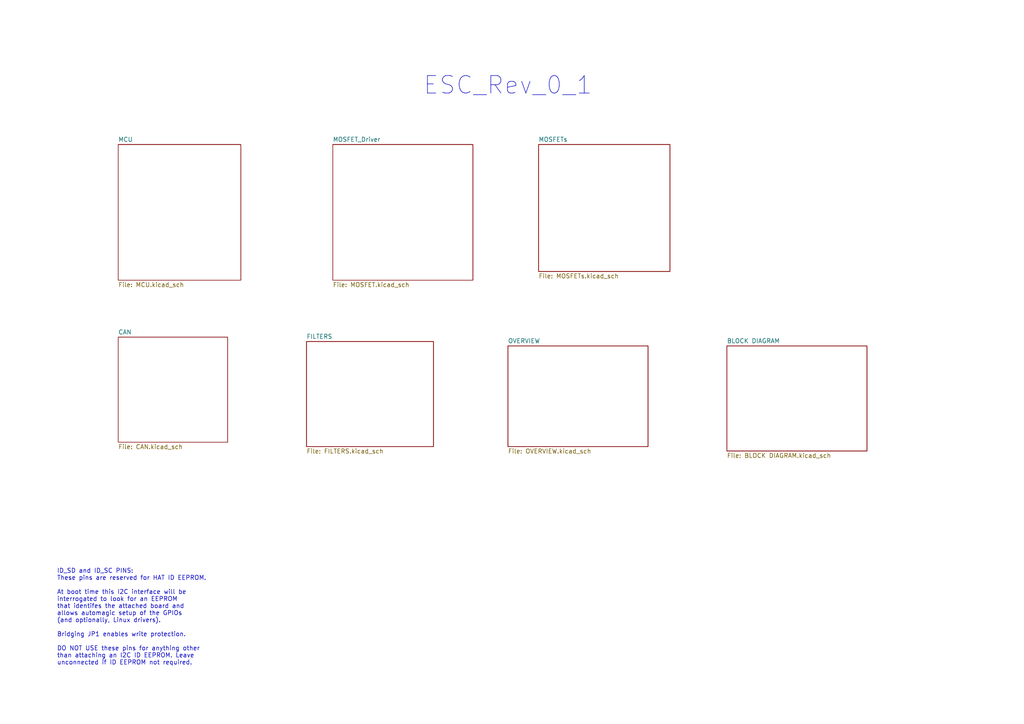
<source format=kicad_sch>
(kicad_sch
	(version 20231120)
	(generator "eeschema")
	(generator_version "8.0")
	(uuid "e63e39d7-6ac0-4ffd-8aa3-1841a4541b55")
	(paper "A4")
	(title_block
		(title "Speed Controller")
		(date "15 nov 2012")
		(rev "ESC_Rev_0_1")
		(company "Saad_Elektro")
	)
	(lib_symbols)
	(text "ID_SD and ID_SC PINS:\nThese pins are reserved for HAT ID EEPROM.\n\nAt boot time this I2C interface will be\ninterrogated to look for an EEPROM\nthat identifes the attached board and\nallows automagic setup of the GPIOs\n(and optionally, Linux drivers).\n\nBridging JP1 enables write protection.\n\nDO NOT USE these pins for anything other\nthan attaching an I2C ID EEPROM. Leave\nunconnected if ID EEPROM not required."
		(exclude_from_sim no)
		(at 16.51 193.04 0)
		(effects
			(font
				(size 1.27 1.27)
			)
			(justify left bottom)
		)
		(uuid "8714082a-55fe-4a29-9d48-99ae1ef73073")
	)
	(text "ESC_Rev_0_1"
		(exclude_from_sim no)
		(at 147.32 24.892 0)
		(effects
			(font
				(size 5.08 5.08)
			)
		)
		(uuid "c5828065-870b-4a9a-86cd-e2392b0d6476")
	)
	(sheet
		(at 96.52 41.91)
		(size 40.64 39.37)
		(fields_autoplaced yes)
		(stroke
			(width 0.1524)
			(type solid)
		)
		(fill
			(color 0 0 0 0.0000)
		)
		(uuid "00a4c2c5-b28b-44af-a6ac-6d6cc04dc618")
		(property "Sheetname" "MOSFET_Driver"
			(at 96.52 41.1984 0)
			(effects
				(font
					(size 1.27 1.27)
				)
				(justify left bottom)
			)
		)
		(property "Sheetfile" "MOSFET.kicad_sch"
			(at 96.52 81.8646 0)
			(effects
				(font
					(size 1.27 1.27)
				)
				(justify left top)
			)
		)
		(instances
			(project "ESC_0_1_1"
				(path "/e63e39d7-6ac0-4ffd-8aa3-1841a4541b55"
					(page "3")
				)
			)
		)
	)
	(sheet
		(at 34.29 97.79)
		(size 31.75 30.48)
		(fields_autoplaced yes)
		(stroke
			(width 0.1524)
			(type solid)
		)
		(fill
			(color 0 0 0 0.0000)
		)
		(uuid "44838865-8578-4798-92f9-eb5417830f21")
		(property "Sheetname" "CAN"
			(at 34.29 97.0784 0)
			(effects
				(font
					(size 1.27 1.27)
				)
				(justify left bottom)
			)
		)
		(property "Sheetfile" "CAN.kicad_sch"
			(at 34.29 128.8546 0)
			(effects
				(font
					(size 1.27 1.27)
				)
				(justify left top)
			)
		)
		(instances
			(project "ESC_0_1_1"
				(path "/e63e39d7-6ac0-4ffd-8aa3-1841a4541b55"
					(page "5")
				)
			)
		)
	)
	(sheet
		(at 34.29 41.91)
		(size 35.56 39.37)
		(fields_autoplaced yes)
		(stroke
			(width 0.1524)
			(type solid)
		)
		(fill
			(color 0 0 0 0.0000)
		)
		(uuid "58f4bdbd-062e-4762-b9f9-a2727b8466b8")
		(property "Sheetname" "MCU"
			(at 34.29 41.1984 0)
			(effects
				(font
					(size 1.27 1.27)
				)
				(justify left bottom)
			)
		)
		(property "Sheetfile" "MCU.kicad_sch"
			(at 34.29 81.8646 0)
			(effects
				(font
					(size 1.27 1.27)
				)
				(justify left top)
			)
		)
		(instances
			(project "ESC_0_1_1"
				(path "/e63e39d7-6ac0-4ffd-8aa3-1841a4541b55"
					(page "2")
				)
			)
		)
	)
	(sheet
		(at 147.32 100.33)
		(size 40.64 29.21)
		(fields_autoplaced yes)
		(stroke
			(width 0.1524)
			(type solid)
		)
		(fill
			(color 0 0 0 0.0000)
		)
		(uuid "89772c7c-f192-4294-9226-42672d3e21f1")
		(property "Sheetname" "OVERVIEW"
			(at 147.32 99.6184 0)
			(effects
				(font
					(size 1.27 1.27)
				)
				(justify left bottom)
			)
		)
		(property "Sheetfile" "OVERVIEW.kicad_sch"
			(at 147.32 130.1246 0)
			(effects
				(font
					(size 1.27 1.27)
				)
				(justify left top)
			)
		)
		(instances
			(project "ESC_0_1_1"
				(path "/e63e39d7-6ac0-4ffd-8aa3-1841a4541b55"
					(page "7")
				)
			)
		)
	)
	(sheet
		(at 210.82 100.33)
		(size 40.64 30.48)
		(fields_autoplaced yes)
		(stroke
			(width 0.1524)
			(type solid)
		)
		(fill
			(color 0 0 0 0.0000)
		)
		(uuid "8f07b0f1-313d-4116-844b-6ffa6f1ddf87")
		(property "Sheetname" "BLOCK DIAGRAM"
			(at 210.82 99.6184 0)
			(effects
				(font
					(size 1.27 1.27)
				)
				(justify left bottom)
			)
		)
		(property "Sheetfile" "BLOCK DIAGRAM.kicad_sch"
			(at 210.82 131.3946 0)
			(effects
				(font
					(size 1.27 1.27)
				)
				(justify left top)
			)
		)
		(instances
			(project "ESC_0_1_1"
				(path "/e63e39d7-6ac0-4ffd-8aa3-1841a4541b55"
					(page "8")
				)
			)
		)
	)
	(sheet
		(at 88.9 99.06)
		(size 36.83 30.48)
		(fields_autoplaced yes)
		(stroke
			(width 0.1524)
			(type solid)
		)
		(fill
			(color 0 0 0 0.0000)
		)
		(uuid "aaf86606-1e2d-4f99-8de2-81a5177f1197")
		(property "Sheetname" "FILTERS"
			(at 88.9 98.3484 0)
			(effects
				(font
					(size 1.27 1.27)
				)
				(justify left bottom)
			)
		)
		(property "Sheetfile" "FILTERS.kicad_sch"
			(at 88.9 130.1246 0)
			(effects
				(font
					(size 1.27 1.27)
				)
				(justify left top)
			)
		)
		(instances
			(project "ESC_0_1_1"
				(path "/e63e39d7-6ac0-4ffd-8aa3-1841a4541b55"
					(page "6")
				)
			)
		)
	)
	(sheet
		(at 156.21 41.91)
		(size 38.1 36.83)
		(fields_autoplaced yes)
		(stroke
			(width 0.1524)
			(type solid)
		)
		(fill
			(color 0 0 0 0.0000)
		)
		(uuid "dd7838a1-3de0-4d18-9a98-1d34f6e25a6c")
		(property "Sheetname" "MOSFETs"
			(at 156.21 41.1984 0)
			(effects
				(font
					(size 1.27 1.27)
				)
				(justify left bottom)
			)
		)
		(property "Sheetfile" "MOSFETs.kicad_sch"
			(at 156.21 79.3246 0)
			(effects
				(font
					(size 1.27 1.27)
				)
				(justify left top)
			)
		)
		(instances
			(project "ESC_0_1_1"
				(path "/e63e39d7-6ac0-4ffd-8aa3-1841a4541b55"
					(page "4")
				)
			)
		)
	)
	(sheet_instances
		(path "/"
			(page "1")
		)
	)
)

</source>
